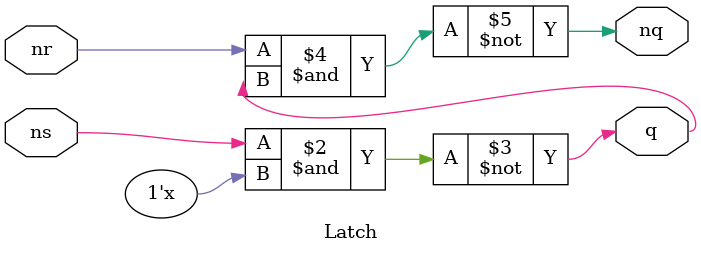
<source format=v>
module Latch(
  input ns,
  input nr,
  output q,
  output nq
);

  reg q;
  reg nq;

  always @( * ) begin    
    q = ns ~& nq;
    nq = nr ~& q;
  end

  //other version -- confuzzled
    // if statements and ampersands ????

  // each case

endmodule

</source>
